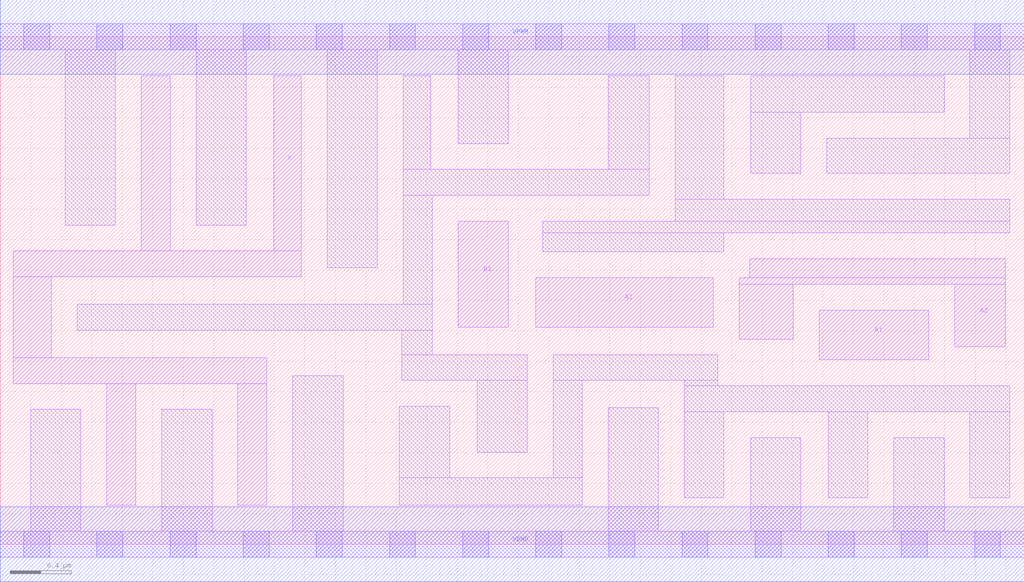
<source format=lef>
# Copyright 2020 The SkyWater PDK Authors
#
# Licensed under the Apache License, Version 2.0 (the "License");
# you may not use this file except in compliance with the License.
# You may obtain a copy of the License at
#
#     https://www.apache.org/licenses/LICENSE-2.0
#
# Unless required by applicable law or agreed to in writing, software
# distributed under the License is distributed on an "AS IS" BASIS,
# WITHOUT WARRANTIES OR CONDITIONS OF ANY KIND, either express or implied.
# See the License for the specific language governing permissions and
# limitations under the License.
#
# SPDX-License-Identifier: Apache-2.0

VERSION 5.7 ;
  NAMESCASESENSITIVE ON ;
  NOWIREEXTENSIONATPIN ON ;
  DIVIDERCHAR "/" ;
  BUSBITCHARS "[]" ;
UNITS
  DATABASE MICRONS 200 ;
END UNITS
MACRO sky130_fd_sc_lp__o31a_4
  CLASS CORE ;
  FOREIGN sky130_fd_sc_lp__o31a_4 ;
  ORIGIN  0.000000  0.000000 ;
  SIZE  6.720000 BY  3.330000 ;
  SYMMETRY X Y R90 ;
  SITE unit ;
  PIN A1
    ANTENNAGATEAREA  0.630000 ;
    DIRECTION INPUT ;
    USE SIGNAL ;
    PORT
      LAYER li1 ;
        RECT 5.375000 1.210000 6.095000 1.535000 ;
    END
  END A1
  PIN A2
    ANTENNAGATEAREA  0.630000 ;
    DIRECTION INPUT ;
    USE SIGNAL ;
    PORT
      LAYER li1 ;
        RECT 4.850000 1.345000 5.205000 1.705000 ;
        RECT 4.850000 1.705000 6.595000 1.750000 ;
        RECT 4.920000 1.750000 6.595000 1.875000 ;
        RECT 6.265000 1.295000 6.595000 1.705000 ;
    END
  END A2
  PIN A3
    ANTENNAGATEAREA  0.630000 ;
    DIRECTION INPUT ;
    USE SIGNAL ;
    PORT
      LAYER li1 ;
        RECT 3.515000 1.425000 4.680000 1.750000 ;
    END
  END A3
  PIN B1
    ANTENNAGATEAREA  0.630000 ;
    DIRECTION INPUT ;
    USE SIGNAL ;
    PORT
      LAYER li1 ;
        RECT 3.005000 1.425000 3.335000 2.120000 ;
    END
  END B1
  PIN X
    ANTENNADIFFAREA  1.176000 ;
    DIRECTION OUTPUT ;
    USE SIGNAL ;
    PORT
      LAYER li1 ;
        RECT 0.085000 1.055000 1.750000 1.225000 ;
        RECT 0.085000 1.225000 0.335000 1.755000 ;
        RECT 0.085000 1.755000 1.975000 1.925000 ;
        RECT 0.700000 0.255000 0.890000 1.055000 ;
        RECT 0.925000 1.925000 1.115000 3.075000 ;
        RECT 1.560000 0.255000 1.750000 1.055000 ;
        RECT 1.795000 1.925000 1.975000 3.075000 ;
    END
  END X
  PIN VGND
    DIRECTION INOUT ;
    USE GROUND ;
    PORT
      LAYER met1 ;
        RECT 0.000000 -0.245000 6.720000 0.245000 ;
    END
  END VGND
  PIN VPWR
    DIRECTION INOUT ;
    USE POWER ;
    PORT
      LAYER met1 ;
        RECT 0.000000 3.085000 6.720000 3.575000 ;
    END
  END VPWR
  OBS
    LAYER li1 ;
      RECT 0.000000 -0.085000 6.720000 0.085000 ;
      RECT 0.000000  3.245000 6.720000 3.415000 ;
      RECT 0.200000  0.085000 0.530000 0.885000 ;
      RECT 0.425000  2.095000 0.755000 3.245000 ;
      RECT 0.505000  1.405000 2.835000 1.575000 ;
      RECT 1.060000  0.085000 1.390000 0.885000 ;
      RECT 1.285000  2.095000 1.615000 3.245000 ;
      RECT 1.920000  0.085000 2.250000 1.105000 ;
      RECT 2.145000  1.815000 2.475000 3.245000 ;
      RECT 2.620000  0.255000 3.820000 0.435000 ;
      RECT 2.620000  0.435000 2.950000 0.905000 ;
      RECT 2.635000  1.075000 3.460000 1.245000 ;
      RECT 2.635000  1.245000 2.835000 1.405000 ;
      RECT 2.645000  1.575000 2.835000 2.290000 ;
      RECT 2.645000  2.290000 4.260000 2.460000 ;
      RECT 2.645000  2.460000 2.825000 3.075000 ;
      RECT 3.005000  2.630000 3.335000 3.245000 ;
      RECT 3.130000  0.605000 3.460000 1.075000 ;
      RECT 3.560000  1.920000 4.750000 2.045000 ;
      RECT 3.560000  2.045000 6.625000 2.120000 ;
      RECT 3.630000  0.435000 3.820000 1.075000 ;
      RECT 3.630000  1.075000 4.710000 1.245000 ;
      RECT 3.990000  0.085000 4.320000 0.895000 ;
      RECT 3.990000  2.460000 4.260000 3.075000 ;
      RECT 4.430000  2.120000 6.625000 2.265000 ;
      RECT 4.430000  2.265000 4.750000 3.075000 ;
      RECT 4.490000  0.305000 4.750000 0.870000 ;
      RECT 4.490000  0.870000 6.625000 1.040000 ;
      RECT 4.490000  1.040000 4.710000 1.075000 ;
      RECT 4.925000  0.085000 5.255000 0.700000 ;
      RECT 4.925000  2.435000 5.255000 2.835000 ;
      RECT 4.925000  2.835000 6.195000 3.075000 ;
      RECT 5.425000  2.435000 6.625000 2.665000 ;
      RECT 5.435000  0.305000 5.695000 0.870000 ;
      RECT 5.865000  0.085000 6.195000 0.700000 ;
      RECT 6.365000  0.305000 6.625000 0.870000 ;
      RECT 6.365000  2.665000 6.625000 3.245000 ;
    LAYER mcon ;
      RECT 0.155000 -0.085000 0.325000 0.085000 ;
      RECT 0.155000  3.245000 0.325000 3.415000 ;
      RECT 0.635000 -0.085000 0.805000 0.085000 ;
      RECT 0.635000  3.245000 0.805000 3.415000 ;
      RECT 1.115000 -0.085000 1.285000 0.085000 ;
      RECT 1.115000  3.245000 1.285000 3.415000 ;
      RECT 1.595000 -0.085000 1.765000 0.085000 ;
      RECT 1.595000  3.245000 1.765000 3.415000 ;
      RECT 2.075000 -0.085000 2.245000 0.085000 ;
      RECT 2.075000  3.245000 2.245000 3.415000 ;
      RECT 2.555000 -0.085000 2.725000 0.085000 ;
      RECT 2.555000  3.245000 2.725000 3.415000 ;
      RECT 3.035000 -0.085000 3.205000 0.085000 ;
      RECT 3.035000  3.245000 3.205000 3.415000 ;
      RECT 3.515000 -0.085000 3.685000 0.085000 ;
      RECT 3.515000  3.245000 3.685000 3.415000 ;
      RECT 3.995000 -0.085000 4.165000 0.085000 ;
      RECT 3.995000  3.245000 4.165000 3.415000 ;
      RECT 4.475000 -0.085000 4.645000 0.085000 ;
      RECT 4.475000  3.245000 4.645000 3.415000 ;
      RECT 4.955000 -0.085000 5.125000 0.085000 ;
      RECT 4.955000  3.245000 5.125000 3.415000 ;
      RECT 5.435000 -0.085000 5.605000 0.085000 ;
      RECT 5.435000  3.245000 5.605000 3.415000 ;
      RECT 5.915000 -0.085000 6.085000 0.085000 ;
      RECT 5.915000  3.245000 6.085000 3.415000 ;
      RECT 6.395000 -0.085000 6.565000 0.085000 ;
      RECT 6.395000  3.245000 6.565000 3.415000 ;
  END
END sky130_fd_sc_lp__o31a_4
END LIBRARY

</source>
